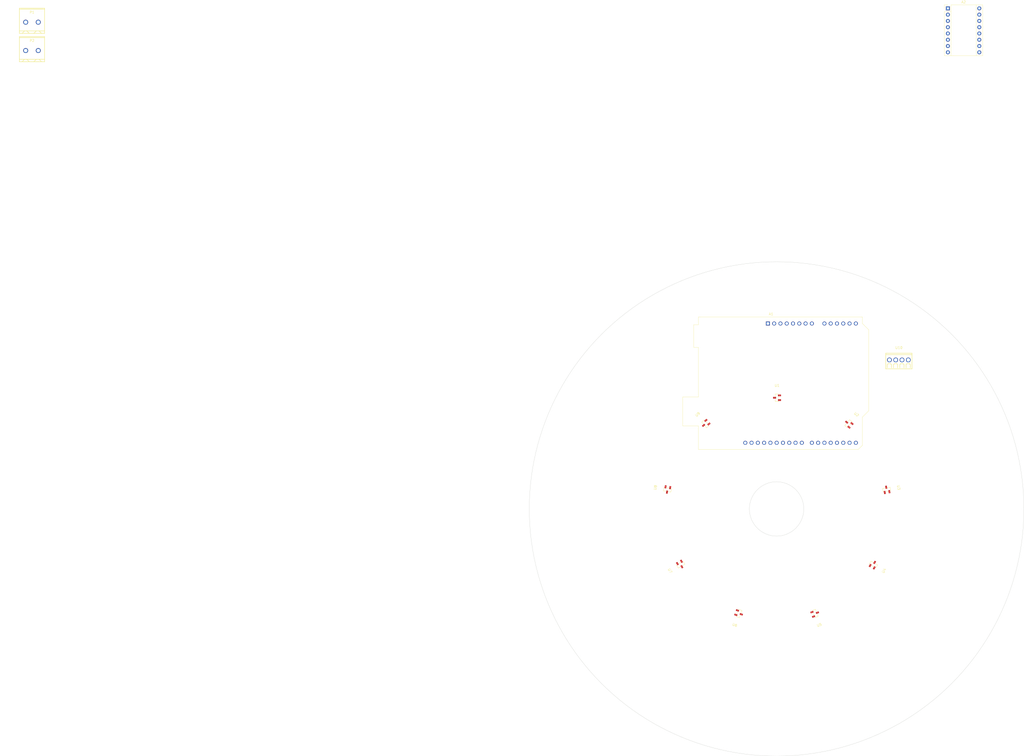
<source format=kicad_pcb>
(kicad_pcb (version 20221018) (generator pcbnew)
  (layers (0 "F.Cu" signal) (31 "B.Cu" signal) (34 "B.Paste" user) (35 "F.Paste" user) (36 "B.SilkS" user "B.Silkscreen") (37 "F.SilkS" user "F.Silkscreen") (38 "B.Mask" user) (39 "F.Mask" user) (44 "Edge.Cuts" user))
  (net 0 "")
  (net 5 "+5V")
  (net 6 "GND")
  (net 7 "VCC")
  (net 12 "/SDA")
  (net 13 "/SCL")
  (net 16 "Net-(A1-D2)")
  (net 17 "Net-(A1-D3)")
  (net 18 "Net-(A1-D4)")
  (net 19 "Net-(A1-D5)")
  (net 20 "Net-(A1-D6)")
  (net 21 "Net-(A1-D7)")
  (net 22 "Net-(A1-D8)")
  (net 23 "Net-(A1-D9)")
  (net 24 "Net-(A1-D10)")
  (net 25 "Net-(A1-D11)")
  (net 26 "Net-(A1-D12)")
  (net 27 "Net-(A1-D13)")
  (net 32 "Net-(A2-1B)")
  (net 33 "Net-(A2-1A)")
  (net 34 "Net-(A2-2A)")
  (net 35 "Net-(A2-2B)")
  (footprint "New:SOT-23-3_L2.9-W1.3-P1.90-LS2.4-BR" (layer "F.Cu") (at 565.570906 592.304167 -160)
    (fp_text reference "U5" (at 0.000001 -4.949999 20) (layer "F.SilkS"))
    (fp_text value "SS361CT")
    (fp_line (start -0.73 -1.53) (end -0.73 -0.49) (stroke (width 0.15)) (layer "F.SilkS"))
    (fp_line (start -0.73 1.53) (end -0.73 0.49) (stroke (width 0.15)) (layer "F.SilkS"))
    (fp_line (start 0.73 -1.53) (end -0.73 -1.53) (stroke (width 0.15)) (layer "F.SilkS"))
    (fp_line (start 0.73 -0.46) (end 0.73 0.46) (stroke (width 0.15)) (layer "F.SilkS"))
    (fp_line (start 0.73 1.53) (end -0.73 1.53) (stroke (width 0.15)) (layer "F.SilkS"))
    (pad "1" smd rect (at 1 0.95 200) (size 1.25 0.7) (layers "F.Cu" "F.Paste" "F.Mask") (net 7 "VCC"))
    (pad "2" smd rect (at 1 -0.95 200) (size 1.25 0.7) (layers "F.Cu" "F.Paste" "F.Mask") (net 20 "Net-(A1-D6)"))
    (pad "3" smd rect (at -1 0 200) (size 1.25 0.7) (layers "F.Cu" "F.Paste" "F.Mask") (net 6 "GND"))
  )
  (footprint "New:SOT-23-3_L2.9-W1.3-P1.90-LS2.4-BR" (layer "F.Cu") (at 589.151143 572.518 -120)
    (fp_text reference "U4" (at 0 -4.949999 60) (layer "F.SilkS"))
    (fp_text value "SS361CT")
    (fp_line (start -0.73 -1.53) (end -0.73 -0.49) (stroke (width 0.15)) (layer "F.SilkS"))
    (fp_line (start -0.73 1.53) (end -0.73 0.49) (stroke (width 0.15)) (layer "F.SilkS"))
    (fp_line (start 0.73 -1.53) (end -0.73 -1.53) (stroke (width 0.15)) (layer "F.SilkS"))
    (fp_line (start 0.73 -0.46) (end 0.73 0.46) (stroke (width 0.15)) (layer "F.SilkS"))
    (fp_line (start 0.73 1.53) (end -0.73 1.53) (stroke (width 0.15)) (layer "F.SilkS"))
    (pad "1" smd rect (at 1 0.95 240) (size 1.25 0.7) (layers "F.Cu" "F.Paste" "F.Mask") (net 7 "VCC"))
    (pad "2" smd rect (at 1 -0.95 240) (size 1.25 0.7) (layers "F.Cu" "F.Paste" "F.Mask") (net 19 "Net-(A1-D5)"))
    (pad "3" smd rect (at -1 0 240) (size 1.25 0.7) (layers "F.Cu" "F.Paste" "F.Mask") (net 6 "GND"))
  )
  (footprint "New:SOT-23-3_L2.9-W1.3-P1.90-LS2.4-BR" (layer "F.Cu") (at 511.208856 572.518 120)
    (fp_text reference "U7" (at 0 -4.95 120) (layer "F.SilkS"))
    (fp_text value "SS361CT")
    (fp_line (start -0.73 -1.53) (end -0.73 -0.49) (stroke (width 0.15)) (layer "F.SilkS"))
    (fp_line (start -0.73 1.53) (end -0.73 0.49) (stroke (width 0.15)) (layer "F.SilkS"))
    (fp_line (start 0.73 -1.53) (end -0.73 -1.53) (stroke (width 0.15)) (layer "F.SilkS"))
    (fp_line (start 0.73 -0.46) (end 0.73 0.46) (stroke (width 0.15)) (layer "F.SilkS"))
    (fp_line (start 0.73 1.53) (end -0.73 1.53) (stroke (width 0.15)) (layer "F.SilkS"))
    (pad "1" smd rect (at 1 0.95 120) (size 1.25 0.7) (layers "F.Cu" "F.Paste" "F.Mask") (net 7 "VCC"))
    (pad "2" smd rect (at 1 -0.95 120) (size 1.25 0.7) (layers "F.Cu" "F.Paste" "F.Mask") (net 22 "Net-(A1-D8)"))
    (pad "3" smd rect (at -1 0 120) (size 1.25 0.7) (layers "F.Cu" "F.Paste" "F.Mask") (net 6 "GND"))
  )
  (footprint "New:SOT-23-3_L2.9-W1.3-P1.90-LS2.4-BR" (layer "F.Cu") (at 521.254557 515.546 40)
    (fp_text reference "U9" (at 0 -4.95 40) (layer "F.SilkS"))
    (fp_text value "SS361CT")
    (fp_line (start -0.73 -1.53) (end -0.73 -0.49) (stroke (width 0.15)) (layer "F.SilkS"))
    (fp_line (start -0.73 1.53) (end -0.73 0.49) (stroke (width 0.15)) (layer "F.SilkS"))
    (fp_line (start 0.73 -1.53) (end -0.73 -1.53) (stroke (width 0.15)) (layer "F.SilkS"))
    (fp_line (start 0.73 -0.46) (end 0.73 0.46) (stroke (width 0.15)) (layer "F.SilkS"))
    (fp_line (start 0.73 1.53) (end -0.73 1.53) (stroke (width 0.15)) (layer "F.SilkS"))
    (pad "1" smd rect (at 1 0.95 40) (size 1.25 0.7) (layers "F.Cu" "F.Paste" "F.Mask") (net 7 "VCC"))
    (pad "2" smd rect (at 1 -0.95 40) (size 1.25 0.7) (layers "F.Cu" "F.Paste" "F.Mask") (net 24 "Net-(A1-D10)"))
    (pad "3" smd rect (at -1 0 40) (size 1.25 0.7) (layers "F.Cu" "F.Paste" "F.Mask") (net 6 "GND"))
  )
  (footprint "New:CONN-TH_2P-P5.00_WJ500V-5.08-2P" (layer "F.Cu") (at 248.92 353.06)
    (fp_text reference "P1" (at 0 -4) (layer "F.SilkS"))
    (fp_text value "WJ500V-5.08-2P-14-00A")
    (fp_line (start -5.08 4.52) (end -5.08 -5.64) (stroke (width 0.25)) (layer "F.SilkS"))
    (fp_line (start -3.01 3.54) (end -3.97 4.5) (stroke (width 0.25)) (layer "F.SilkS"))
    (fp_line (start -2.08 3.54) (end -1.12 4.5) (stroke (width 0.25)) (layer "F.SilkS"))
    (fp_line (start 1.71 3.56) (end 0.75 4.52) (stroke (width 0.25)) (layer "F.SilkS"))
    (fp_line (start 2.9 3.56) (end 3.86 4.52) (stroke (width 0.25)) (layer "F.SilkS"))
    (fp_line (start 5.08 -5.64) (end -5.05 -5.64) (stroke (width 0.25)) (layer "F.SilkS"))
    (fp_line (start 5.08 -5.24) (end -5.07 -5.24) (stroke (width 0.25)) (layer "F.SilkS"))
    (fp_line (start 5.08 3.53) (end -5.04 3.53) (stroke (width 0.25)) (layer "F.SilkS"))
    (fp_line (start 5.08 4.52) (end -5.05 4.52) (stroke (width 0.25)) (layer "F.SilkS"))
    (fp_line (start 5.08 4.52) (end 5.08 -5.64) (stroke (width 0.25)) (layer "F.SilkS"))
    (pad "1" thru_hole circle (at -2.54 0 180) (size 2 2) (drill 1.300023) (layers "*.Cu" "*.Mask") (net 7 "VCC"))
    (pad "2" thru_hole circle (at 2.54 0 180) (size 2 2) (drill 1.300023) (layers "*.Cu" "*.Mask") (net 6 "GND"))
  )
  (footprint "New:SOT-23-3_L2.9-W1.3-P1.90-LS2.4-BR" (layer "F.Cu") (at 550.18 505.018)
    (fp_text reference "U1" (at 0 -4.95) (layer "F.SilkS"))
    (fp_text value "SS361CT")
    (fp_line (start -0.73 -1.53) (end -0.73 -0.49) (stroke (width 0.15)) (layer "F.SilkS"))
    (fp_line (start -0.73 1.53) (end -0.73 0.49) (stroke (width 0.15)) (layer "F.SilkS"))
    (fp_line (start 0.73 -1.53) (end -0.73 -1.53) (stroke (width 0.15)) (layer "F.SilkS"))
    (fp_line (start 0.73 -0.46) (end 0.73 0.46) (stroke (width 0.15)) (layer "F.SilkS"))
    (fp_line (start 0.73 1.53) (end -0.73 1.53) (stroke (width 0.15)) (layer "F.SilkS"))
    (pad "1" smd rect (at 1 0.95) (size 1.25 0.7) (layers "F.Cu" "F.Paste" "F.Mask") (net 7 "VCC"))
    (pad "2" smd rect (at 1 -0.95) (size 1.25 0.7) (layers "F.Cu" "F.Paste" "F.Mask") (net 16 "Net-(A1-D2)"))
    (pad "3" smd rect (at -1 0) (size 1.25 0.7) (layers "F.Cu" "F.Paste" "F.Mask") (net 6 "GND"))
  )
  (footprint "New:SOT-23-3_L2.9-W1.3-P1.90-LS2.4-BR" (layer "F.Cu") (at 594.496348 542.203832 -80)
    (fp_text reference "U3" (at -0.000001 -4.95 100) (layer "F.SilkS"))
    (fp_text value "SS361CT")
    (fp_line (start -0.73 -1.53) (end -0.73 -0.49) (stroke (width 0.15)) (layer "F.SilkS"))
    (fp_line (start -0.73 1.53) (end -0.73 0.49) (stroke (width 0.15)) (layer "F.SilkS"))
    (fp_line (start 0.73 -1.53) (end -0.73 -1.53) (stroke (width 0.15)) (layer "F.SilkS"))
    (fp_line (start 0.73 -0.46) (end 0.73 0.46) (stroke (width 0.15)) (layer "F.SilkS"))
    (fp_line (start 0.73 1.53) (end -0.73 1.53) (stroke (width 0.15)) (layer "F.SilkS"))
    (pad "1" smd rect (at 1 0.95 280) (size 1.25 0.7) (layers "F.Cu" "F.Paste" "F.Mask") (net 7 "VCC"))
    (pad "2" smd rect (at 1 -0.95 280) (size 1.25 0.7) (layers "F.Cu" "F.Paste" "F.Mask") (net 18 "Net-(A1-D4)"))
    (pad "3" smd rect (at -1 0 280) (size 1.25 0.7) (layers "F.Cu" "F.Paste" "F.Mask") (net 6 "GND"))
  )
  (footprint "New:CONN-TH_4P-P2.54_MX128-2.54-GN01-04P-CU-Y-A" (layer "F.Cu") (at 599.44 489.712)
    (fp_text reference "U10" (at 0 -4.95) (layer "F.SilkS"))
    (fp_text value "MX128-2.54-04P-GN01-CU-Y-A")
    (fp_line (start -5.3 -2.7) (end 5.3 -2.7) (stroke (width 0.25)) (layer "F.SilkS"))
    (fp_line (start -5.3 -2.14) (end 5.3 -2.14) (stroke (width 0.25)) (layer "F.SilkS"))
    (fp_line (start -5.3 3.6) (end -5.3 -2.7) (stroke (width 0.25)) (layer "F.SilkS"))
    (fp_line (start -4.7 1.9) (end -4.7 1.9) (stroke (width 0.25)) (layer "F.SilkS"))
    (fp_line (start -4.7 1.9) (end -4.3 1.5) (stroke (width 0.25)) (layer "F.SilkS"))
    (fp_line (start -4.7 3.2) (end -4.7 1.9) (stroke (width 0.25)) (layer "F.SilkS"))
    (fp_line (start -3.4 1.5) (end -4.3 1.5) (stroke (width 0.25)) (layer "F.SilkS"))
    (fp_line (start -3 1.9) (end -3.4 1.5) (stroke (width 0.25)) (layer "F.SilkS"))
    (fp_line (start -3 1.9) (end -3 3.2) (stroke (width 0.25)) (layer "F.SilkS"))
    (fp_line (start -2.16 1.9) (end -1.76 1.5) (stroke (width 0.25)) (layer "F.SilkS"))
    (fp_line (start -2.16 3.2) (end -2.16 1.9) (stroke (width 0.25)) (layer "F.SilkS"))
    (fp_line (start -0.86 1.5) (end -1.76 1.5) (stroke (width 0.25)) (layer "F.SilkS"))
    (fp_line (start -0.46 1.9) (end -0.86 1.5) (stroke (width 0.25)) (layer "F.SilkS"))
    (fp_line (start -0.46 1.9) (end -0.46 3.2) (stroke (width 0.25)) (layer "F.SilkS"))
    (fp_line (start 0.38 1.9) (end 0.78 1.5) (stroke (width 0.25)) (layer "F.SilkS"))
    (fp_line (start 0.38 3.2) (end 0.38 1.9) (stroke (width 0.25)) (layer "F.SilkS"))
    (fp_line (start 1.68 1.5) (end 0.78 1.5) (stroke (width 0.25)) (layer "F.SilkS"))
    (fp_line (start 2.08 1.9) (end 1.68 1.5) (stroke (width 0.25)) (layer "F.SilkS"))
    (fp_line (start 2.08 1.9) (end 2.08 3.2) (stroke (width 0.25)) (layer "F.SilkS"))
    (fp_line (start 2.92 1.9) (end 3.32 1.5) (stroke (width 0.25)) (layer "F.SilkS"))
    (fp_line (start 2.92 3.2) (end 2.92 1.9) (stroke (width 0.25)) (layer "F.SilkS"))
    (fp_line (start 4.22 1.5) (end 3.32 1.5) (stroke (width 0.25)) (layer "F.SilkS"))
    (fp_line (start 4.62 1.9) (end 4.22 1.5) (stroke (width 0.25)) (layer "F.SilkS"))
    (fp_line (start 4.62 1.9) (end 4.62 3.2) (stroke (width 0.25)) (layer "F.SilkS"))
    (fp_line (start 5.3 -2.7) (end 5.3 3.6) (stroke (width 0.25)) (layer "F.SilkS"))
    (fp_line (start 5.3 3.6) (end -5.3 3.6) (stroke (width 0.25)) (layer "F.SilkS"))
    (pad "1" thru_hole circle (at -3.81 0) (size 1.9 1.9) (drill 1.300023) (layers "*.Cu" "*.Mask") (net 32 "Net-(A2-1B)"))
    (pad "2" thru_hole circle (at -1.27 0) (size 1.9 1.9) (drill 1.300023) (layers "*.Cu" "*.Mask") (net 33 "Net-(A2-1A)"))
    (pad "3" thru_hole circle (at 1.27 0) (size 1.9 1.9) (drill 1.300023) (layers "*.Cu" "*.Mask") (net 34 "Net-(A2-2A)"))
    (pad "4" thru_hole circle (at 3.81 0) (size 1.9 1.9) (drill 1.300023) (layers "*.Cu" "*.Mask") (net 35 "Net-(A2-2B)"))
  )
  (footprint "New:CONN-TH_2P-P5.00_WJ500V-5.08-2P" (layer "F.Cu") (at 248.92 364.535)
    (fp_text reference "P2" (at 0 -4) (layer "F.SilkS"))
    (fp_text value "WJ500V-5.08-2P-14-00A")
    (fp_line (start -5.08 4.52) (end -5.08 -5.64) (stroke (width 0.25)) (layer "F.SilkS"))
    (fp_line (start -3.01 3.54) (end -3.97 4.5) (stroke (width 0.25)) (layer "F.SilkS"))
    (fp_line (start -2.08 3.54) (end -1.12 4.5) (stroke (width 0.25)) (layer "F.SilkS"))
    (fp_line (start 1.71 3.56) (end 0.75 4.52) (stroke (width 0.25)) (layer "F.SilkS"))
    (fp_line (start 2.9 3.56) (end 3.86 4.52) (stroke (width 0.25)) (layer "F.SilkS"))
    (fp_line (start 5.08 -5.64) (end -5.05 -5.64) (stroke (width 0.25)) (layer "F.SilkS"))
    (fp_line (start 5.08 -5.24) (end -5.07 -5.24) (stroke (width 0.25)) (layer "F.SilkS"))
    (fp_line (start 5.08 3.53) (end -5.04 3.53) (stroke (width 0.25)) (layer "F.SilkS"))
    (fp_line (start 5.08 4.52) (end -5.05 4.52) (stroke (width 0.25)) (layer "F.SilkS"))
    (fp_line (start 5.08 4.52) (end 5.08 -5.64) (stroke (width 0.25)) (layer "F.SilkS"))
    (pad "1" thru_hole circle (at -2.54 0 180) (size 2 2) (drill 1.300023) (layers "*.Cu" "*.Mask") (net 12 "/SDA"))
    (pad "2" thru_hole circle (at 2.54 0 180) (size 2 2) (drill 1.300023) (layers "*.Cu" "*.Mask") (net 13 "/SCL"))
  )
  (footprint "Module:Arduino_UNO_R3" (layer "F.Cu") (at 546.481 474.98)
    (fp_text reference "A1" (at 1.27 -3.81 180) (layer "F.SilkS"))
    (fp_text value "Arduino_UNO_R3")
    (fp_line (start -34.42 29.72) (end -34.42 41.4) (stroke (width 0.12)) (layer "F.SilkS"))
    (fp_line (start -34.42 41.4) (end -28.07 41.4) (stroke (width 0.12)) (layer "F.SilkS"))
    (fp_line (start -29.97 0.51) (end -29.97 9.65) (stroke (width 0.12)) (layer "F.SilkS"))
    (fp_line (start -29.97 9.65) (end -28.07 9.65) (stroke (width 0.12)) (layer "F.SilkS"))
    (fp_line (start -28.07 -2.67) (end -28.07 0.51) (stroke (width 0.12)) (layer "F.SilkS"))
    (fp_line (start -28.07 0.51) (end -29.97 0.51) (stroke (width 0.12)) (layer "F.SilkS"))
    (fp_line (start -28.07 9.65) (end -28.07 29.72) (stroke (width 0.12)) (layer "F.SilkS"))
    (fp_line (start -28.07 29.72) (end -34.42 29.72) (stroke (width 0.12)) (layer "F.SilkS"))
    (fp_line (start -28.07 41.4) (end -28.07 50.93) (stroke (width 0.12)) (layer "F.SilkS"))
    (fp_line (start -28.07 50.93) (end 36.58 50.93) (stroke (width 0.12)) (layer "F.SilkS"))
    (fp_line (start 36.58 50.93) (end 38.23 49.28) (stroke (width 0.12)) (layer "F.SilkS"))
    (fp_line (start 38.23 -2.67) (end -28.07 -2.67) (stroke (width 0.12)) (layer "F.SilkS"))
    (fp_line (start 38.23 0) (end 38.23 -2.67) (stroke (width 0.12)) (layer "F.SilkS"))
    (fp_line (start 38.23 37.85) (end 40.77 35.31) (stroke (width 0.12)) (layer "F.SilkS"))
    (fp_line (start 38.23 49.28) (end 38.23 37.85) (stroke (width 0.12)) (layer "F.SilkS"))
    (fp_line (start 40.77 2.54) (end 38.23 0) (stroke (width 0.12)) (layer "F.SilkS"))
    (fp_line (start 40.77 35.31) (end 40.77 2.54) (stroke (width 0.12)) (layer "F.SilkS"))
    (pad "1" thru_hole rect (at 0 0 90) (size 1.6 1.6) (drill 1) (layers "*.Cu" "*.Mask"))
    (pad "2" thru_hole oval (at 2.54 0 90) (size 1.6 1.6) (drill 1) (layers "*.Cu" "*.Mask"))
    (pad "3" thru_hole oval (at 5.08 0 90) (size 1.6 1.6) (drill 1) (layers "*.Cu" "*.Mask"))
    (pad "4" thru_hole oval (at 7.62 0 90) (size 1.6 1.6) (drill 1) (layers "*.Cu" "*.Mask"))
    (pad "5" thru_hole oval (at 10.16 0 90) (size 1.6 1.6) (drill 1) (layers "*.Cu" "*.Mask") (net 5 "+5V"))
    (pad "6" thru_hole oval (at 12.7 0 90) (size 1.6 1.6) (drill 1) (layers "*.Cu" "*.Mask") (net 6 "GND"))
    (pad "7" thru_hole oval (at 15.24 0 90) (size 1.6 1.6) (drill 1) (layers "*.Cu" "*.Mask") (net 6 "GND"))
    (pad "8" thru_hole oval (at 17.78 0 90) (size 1.6 1.6) (drill 1) (layers "*.Cu" "*.Mask") (net 7 "VCC"))
    (pad "9" thru_hole oval (at 22.86 0 90) (size 1.6 1.6) (drill 1) (layers "*.Cu" "*.Mask"))
    (pad "10" thru_hole oval (at 25.4 0 90) (size 1.6 1.6) (drill 1) (layers "*.Cu" "*.Mask"))
    (pad "11" thru_hole oval (at 27.94 0 90) (size 1.6 1.6) (drill 1) (layers "*.Cu" "*.Mask"))
    (pad "12" thru_hole oval (at 30.48 0 90) (size 1.6 1.6) (drill 1) (layers "*.Cu" "*.Mask"))
    (pad "13" thru_hole oval (at 33.02 0 90) (size 1.6 1.6) (drill 1) (layers "*.Cu" "*.Mask") (net 12 "/SDA"))
    (pad "14" thru_hole oval (at 35.56 0 90) (size 1.6 1.6) (drill 1) (layers "*.Cu" "*.Mask") (net 13 "/SCL"))
    (pad "15" thru_hole oval (at 35.56 48.26 90) (size 1.6 1.6) (drill 1) (layers "*.Cu" "*.Mask"))
    (pad "16" thru_hole oval (at 33.02 48.26 90) (size 1.6 1.6) (drill 1) (layers "*.Cu" "*.Mask"))
    (pad "17" thru_hole oval (at 30.48 48.26 90) (size 1.6 1.6) (drill 1) (layers "*.Cu" "*.Mask") (net 16 "Net-(A1-D2)"))
    (pad "18" thru_hole oval (at 27.94 48.26 90) (size 1.6 1.6) (drill 1) (layers "*.Cu" "*.Mask") (net 17 "Net-(A1-D3)"))
    (pad "19" thru_hole oval (at 25.4 48.26 90) (size 1.6 1.6) (drill 1) (layers "*.Cu" "*.Mask") (net 18 "Net-(A1-D4)"))
    (pad "20" thru_hole oval (at 22.86 48.26 90) (size 1.6 1.6) (drill 1) (layers "*.Cu" "*.Mask") (net 19 "Net-(A1-D5)"))
    (pad "21" thru_hole oval (at 20.32 48.26 90) (size 1.6 1.6) (drill 1) (layers "*.Cu" "*.Mask") (net 20 "Net-(A1-D6)"))
    (pad "22" thru_hole oval (at 17.78 48.26 90) (size 1.6 1.6) (drill 1) (layers "*.Cu" "*.Mask") (net 21 "Net-(A1-D7)"))
    (pad "23" thru_hole oval (at 13.72 48.26 90) (size 1.6 1.6) (drill 1) (layers "*.Cu" "*.Mask") (net 22 "Net-(A1-D8)"))
    (pad "24" thru_hole oval (at 11.18 48.26 90) (size 1.6 1.6) (drill 1) (layers "*.Cu" "*.Mask") (net 23 "Net-(A1-D9)"))
    (pad "25" thru_hole oval (at 8.64 48.26 90) (size 1.6 1.6) (drill 1) (layers "*.Cu" "*.Mask") (net 24 "Net-(A1-D10)"))
    (pad "26" thru_hole oval (at 6.1 48.26 90) (size 1.6 1.6) (drill 1) (layers "*.Cu" "*.Mask") (net 25 "Net-(A1-D11)"))
    (pad "27" thru_hole oval (at 3.56 48.26 90) (size 1.6 1.6) (drill 1) (layers "*.Cu" "*.Mask") (net 26 "Net-(A1-D12)"))
    (pad "28" thru_hole oval (at 1.02 48.26 90) (size 1.6 1.6) (drill 1) (layers "*.Cu" "*.Mask") (net 27 "Net-(A1-D13)"))
    (pad "29" thru_hole oval (at -1.52 48.26 90) (size 1.6 1.6) (drill 1) (layers "*.Cu" "*.Mask") (net 6 "GND"))
    (pad "30" thru_hole oval (at -4.06 48.26 90) (size 1.6 1.6) (drill 1) (layers "*.Cu" "*.Mask"))
    (pad "31" thru_hole oval (at -6.6 48.26 90) (size 1.6 1.6) (drill 1) (layers "*.Cu" "*.Mask"))
    (pad "32" thru_hole oval (at -9.14 48.26 90) (size 1.6 1.6) (drill 1) (layers "*.Cu" "*.Mask"))
  )
  (footprint "New:SOT-23-3_L2.9-W1.3-P1.90-LS2.4-BR" (layer "F.Cu") (at 579.105442 515.546 -40)
    (fp_text reference "U2" (at -0.000001 -4.95 140) (layer "F.SilkS"))
    (fp_text value "SS361CT")
    (fp_line (start -0.73 -1.53) (end -0.73 -0.49) (stroke (width 0.15)) (layer "F.SilkS"))
    (fp_line (start -0.73 1.53) (end -0.73 0.49) (stroke (width 0.15)) (layer "F.SilkS"))
    (fp_line (start 0.73 -1.53) (end -0.73 -1.53) (stroke (width 0.15)) (layer "F.SilkS"))
    (fp_line (start 0.73 -0.46) (end 0.73 0.46) (stroke (width 0.15)) (layer "F.SilkS"))
    (fp_line (start 0.73 1.53) (end -0.73 1.53) (stroke (width 0.15)) (layer "F.SilkS"))
    (pad "1" smd rect (at 1 0.95 320) (size 1.25 0.7) (layers "F.Cu" "F.Paste" "F.Mask") (net 7 "VCC"))
    (pad "2" smd rect (at 1 -0.95 320) (size 1.25 0.7) (layers "F.Cu" "F.Paste" "F.Mask") (net 17 "Net-(A1-D3)"))
    (pad "3" smd rect (at -1 0 320) (size 1.25 0.7) (layers "F.Cu" "F.Paste" "F.Mask") (net 6 "GND"))
  )
  (footprint "New:SOT-23-3_L2.9-W1.3-P1.90-LS2.4-BR" (layer "F.Cu") (at 505.863651 542.203832 80)
    (fp_text reference "U8" (at 0 -4.950001 80) (layer "F.SilkS"))
    (fp_text value "SS361CT")
    (fp_line (start -0.73 -1.53) (end -0.73 -0.49) (stroke (width 0.15)) (layer "F.SilkS"))
    (fp_line (start -0.73 1.53) (end -0.73 0.49) (stroke (width 0.15)) (layer "F.SilkS"))
    (fp_line (start 0.73 -1.53) (end -0.73 -1.53) (stroke (width 0.15)) (layer "F.SilkS"))
    (fp_line (start 0.73 -0.46) (end 0.73 0.46) (stroke (width 0.15)) (layer "F.SilkS"))
    (fp_line (start 0.73 1.53) (end -0.73 1.53) (stroke (width 0.15)) (layer "F.SilkS"))
    (pad "1" smd rect (at 1 0.95 80) (size 1.25 0.7) (layers "F.Cu" "F.Paste" "F.Mask") (net 7 "VCC"))
    (pad "2" smd rect (at 1 -0.95 80) (size 1.25 0.7) (layers "F.Cu" "F.Paste" "F.Mask") (net 23 "Net-(A1-D9)"))
    (pad "3" smd rect (at -1 0 80) (size 1.25 0.7) (layers "F.Cu" "F.Paste" "F.Mask") (net 6 "GND"))
  )
  (footprint "New:SOT-23-3_L2.9-W1.3-P1.90-LS2.4-BR" (layer "F.Cu") (at 534.789093 592.304167 160)
    (fp_text reference "U6" (at 0 -4.95 160) (layer "F.SilkS"))
    (fp_text value "SS361CT")
    (fp_line (start -0.73 -1.53) (end -0.73 -0.49) (stroke (width 0.15)) (layer "F.SilkS"))
    (fp_line (start -0.73 1.53) (end -0.73 0.49) (stroke (width 0.15)) (layer "F.SilkS"))
    (fp_line (start 0.73 -1.53) (end -0.73 -1.53) (stroke (width 0.15)) (layer "F.SilkS"))
    (fp_line (start 0.73 -0.46) (end 0.73 0.46) (stroke (width 0.15)) (layer "F.SilkS"))
    (fp_line (start 0.73 1.53) (end -0.73 1.53) (stroke (width 0.15)) (layer "F.SilkS"))
    (pad "1" smd rect (at 1 0.95 160) (size 1.25 0.7) (layers "F.Cu" "F.Paste" "F.Mask") (net 7 "VCC"))
    (pad "2" smd rect (at 1 -0.95 160) (size 1.25 0.7) (layers "F.Cu" "F.Paste" "F.Mask") (net 21 "Net-(A1-D7)"))
    (pad "3" smd rect (at -1 0 160) (size 1.25 0.7) (layers "F.Cu" "F.Paste" "F.Mask") (net 6 "GND"))
  )
  (footprint "Module:Pololu_Breakout-16_15.2x20.3mm" (layer "F.Cu") (at 619.262 347.472)
    (fp_text reference "A2" (at 6.35 -2.54) (layer "F.SilkS"))
    (fp_text value "Pololu_Breakout_A4988")
    (fp_line (start -1.4 -1.4) (end -1.4 0) (stroke (width 0.12)) (layer "F.SilkS"))
    (fp_line (start -1.4 1.27) (end -1.4 19.18) (stroke (width 0.12)) (layer "F.SilkS"))
    (fp_line (start -1.4 19.18) (end 14.1 19.18) (stroke (width 0.12)) (layer "F.SilkS"))
    (fp_line (start 0 -1.4) (end -1.4 -1.4) (stroke (width 0.12)) (layer "F.SilkS"))
    (fp_line (start 1.27 -1.4) (end 1.27 1.27) (stroke (width 0.12)) (layer "F.SilkS"))
    (fp_line (start 1.27 1.27) (end -1.4 1.27) (stroke (width 0.12)) (layer "F.SilkS"))
    (fp_line (start 1.27 1.27) (end 1.27 19.18) (stroke (width 0.12)) (layer "F.SilkS"))
    (fp_line (start 11.43 -1.4) (end 11.43 19.18) (stroke (width 0.12)) (layer "F.SilkS"))
    (fp_line (start 14.1 -1.4) (end 1.27 -1.4) (stroke (width 0.12)) (layer "F.SilkS"))
    (fp_line (start 14.1 19.18) (end 14.1 -1.4) (stroke (width 0.12)) (layer "F.SilkS"))
    (pad "1" thru_hole rect (at 0 0) (size 1.6 1.6) (drill 0.8) (layers "*.Cu" "*.Mask"))
    (pad "2" thru_hole oval (at 0 2.54) (size 1.6 1.6) (drill 0.8) (layers "*.Cu" "*.Mask") (net 5 "+5V"))
    (pad "3" thru_hole oval (at 0 5.08) (size 1.6 1.6) (drill 0.8) (layers "*.Cu" "*.Mask") (net 32 "Net-(A2-1B)"))
    (pad "4" thru_hole oval (at 0 7.62) (size 1.6 1.6) (drill 0.8) (layers "*.Cu" "*.Mask") (net 33 "Net-(A2-1A)"))
    (pad "5" thru_hole oval (at 0 10.16) (size 1.6 1.6) (drill 0.8) (layers "*.Cu" "*.Mask") (net 34 "Net-(A2-2A)"))
    (pad "6" thru_hole oval (at 0 12.7) (size 1.6 1.6) (drill 0.8) (layers "*.Cu" "*.Mask") (net 35 "Net-(A2-2B)"))
    (pad "7" thru_hole oval (at 0 15.24) (size 1.6 1.6) (drill 0.8) (layers "*.Cu" "*.Mask"))
    (pad "8" thru_hole oval (at 0 17.78) (size 1.6 1.6) (drill 0.8) (layers "*.Cu" "*.Mask") (net 7 "VCC"))
    (pad "9" thru_hole oval (at 12.7 17.78) (size 1.6 1.6) (drill 0.8) (layers "*.Cu" "*.Mask") (net 27 "Net-(A1-D13)"))
    (pad "10" thru_hole oval (at 12.7 15.24) (size 1.6 1.6) (drill 0.8) (layers "*.Cu" "*.Mask") (net 5 "+5V"))
    (pad "11" thru_hole oval (at 12.7 12.7) (size 1.6 1.6) (drill 0.8) (layers "*.Cu" "*.Mask") (net 5 "+5V"))
    (pad "12" thru_hole oval (at 12.7 10.16) (size 1.6 1.6) (drill 0.8) (layers "*.Cu" "*.Mask") (net 5 "+5V"))
    (pad "13" thru_hole oval (at 12.7 7.62) (size 1.6 1.6) (drill 0.8) (layers "*.Cu" "*.Mask"))
    (pad "14" thru_hole oval (at 12.7 5.08) (size 1.6 1.6) (drill 0.8) (layers "*.Cu" "*.Mask"))
    (pad "15" thru_hole oval (at 12.7 2.54) (size 1.6 1.6) (drill 0.8) (layers "*.Cu" "*.Mask") (net 26 "Net-(A1-D12)"))
    (pad "16" thru_hole oval (at 12.7 0) (size 1.6 1.6) (drill 0.8) (layers "*.Cu" "*.Mask") (net 25 "Net-(A1-D11)"))
  )
  (gr_circle (center 550 550) (end 650 550) (stroke (width 0.1)) (fill none) (layer "Edge.Cuts"))
  (gr_circle (center 550 550) (end 561 550) (stroke (width 0.1)) (fill none) (layer "Edge.Cuts"))
)
</source>
